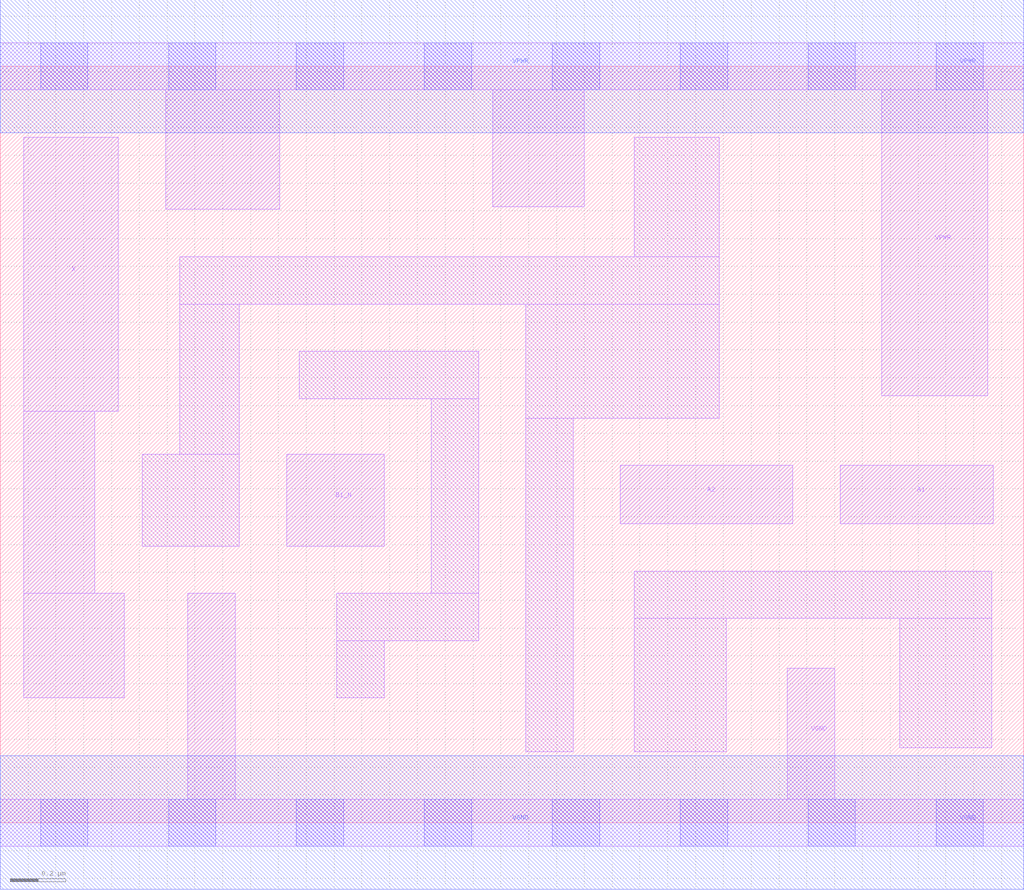
<source format=lef>
# Copyright 2020 The SkyWater PDK Authors
#
# Licensed under the Apache License, Version 2.0 (the "License");
# you may not use this file except in compliance with the License.
# You may obtain a copy of the License at
#
#     https://www.apache.org/licenses/LICENSE-2.0
#
# Unless required by applicable law or agreed to in writing, software
# distributed under the License is distributed on an "AS IS" BASIS,
# WITHOUT WARRANTIES OR CONDITIONS OF ANY KIND, either express or implied.
# See the License for the specific language governing permissions and
# limitations under the License.
#
# SPDX-License-Identifier: Apache-2.0

VERSION 5.7 ;
  NAMESCASESENSITIVE ON ;
  NOWIREEXTENSIONATPIN ON ;
  DIVIDERCHAR "/" ;
  BUSBITCHARS "[]" ;
UNITS
  DATABASE MICRONS 200 ;
END UNITS
PROPERTYDEFINITIONS
  MACRO maskLayoutSubType STRING ;
  MACRO prCellType STRING ;
  MACRO originalViewName STRING ;
END PROPERTYDEFINITIONS
MACRO sky130_fd_sc_hdll__o21ba_1
  CLASS CORE ;
  FOREIGN sky130_fd_sc_hdll__o21ba_1 ;
  ORIGIN  0.000000  0.000000 ;
  SIZE  3.680000 BY  2.720000 ;
  SYMMETRY X Y R90 ;
  SITE unithd ;
  PIN A1
    ANTENNAGATEAREA  0.277500 ;
    DIRECTION INPUT ;
    USE SIGNAL ;
    PORT
      LAYER li1 ;
        RECT 3.020000 1.075000 3.570000 1.285000 ;
    END
  END A1
  PIN A2
    ANTENNAGATEAREA  0.277500 ;
    DIRECTION INPUT ;
    USE SIGNAL ;
    PORT
      LAYER li1 ;
        RECT 2.230000 1.075000 2.850000 1.285000 ;
    END
  END A2
  PIN B1_N
    ANTENNAGATEAREA  0.138600 ;
    DIRECTION INPUT ;
    USE SIGNAL ;
    PORT
      LAYER li1 ;
        RECT 1.030000 0.995000 1.380000 1.325000 ;
    END
  END B1_N
  PIN VGND
    ANTENNADIFFAREA  0.376000 ;
    DIRECTION INOUT ;
    USE SIGNAL ;
    PORT
      LAYER li1 ;
        RECT 0.000000 -0.085000 3.680000 0.085000 ;
        RECT 0.675000  0.085000 0.845000 0.825000 ;
        RECT 2.830000  0.085000 3.000000 0.555000 ;
      LAYER mcon ;
        RECT 0.145000 -0.085000 0.315000 0.085000 ;
        RECT 0.605000 -0.085000 0.775000 0.085000 ;
        RECT 1.065000 -0.085000 1.235000 0.085000 ;
        RECT 1.525000 -0.085000 1.695000 0.085000 ;
        RECT 1.985000 -0.085000 2.155000 0.085000 ;
        RECT 2.445000 -0.085000 2.615000 0.085000 ;
        RECT 2.905000 -0.085000 3.075000 0.085000 ;
        RECT 3.365000 -0.085000 3.535000 0.085000 ;
      LAYER met1 ;
        RECT 0.000000 -0.240000 3.680000 0.240000 ;
    END
  END VGND
  PIN VPWR
    ANTENNADIFFAREA  0.925700 ;
    DIRECTION INOUT ;
    USE SIGNAL ;
    PORT
      LAYER li1 ;
        RECT 0.000000 2.635000 3.680000 2.805000 ;
        RECT 0.595000 2.205000 1.005000 2.635000 ;
        RECT 1.770000 2.215000 2.100000 2.635000 ;
        RECT 3.170000 1.535000 3.550000 2.635000 ;
      LAYER mcon ;
        RECT 0.145000 2.635000 0.315000 2.805000 ;
        RECT 0.605000 2.635000 0.775000 2.805000 ;
        RECT 1.065000 2.635000 1.235000 2.805000 ;
        RECT 1.525000 2.635000 1.695000 2.805000 ;
        RECT 1.985000 2.635000 2.155000 2.805000 ;
        RECT 2.445000 2.635000 2.615000 2.805000 ;
        RECT 2.905000 2.635000 3.075000 2.805000 ;
        RECT 3.365000 2.635000 3.535000 2.805000 ;
      LAYER met1 ;
        RECT 0.000000 2.480000 3.680000 2.960000 ;
    END
  END VPWR
  PIN X
    ANTENNADIFFAREA  0.439000 ;
    DIRECTION OUTPUT ;
    USE SIGNAL ;
    PORT
      LAYER li1 ;
        RECT 0.085000 0.450000 0.445000 0.825000 ;
        RECT 0.085000 0.825000 0.340000 1.480000 ;
        RECT 0.085000 1.480000 0.425000 2.465000 ;
    END
  END X
  OBS
    LAYER li1 ;
      RECT 0.510000 0.995000 0.860000 1.325000 ;
      RECT 0.645000 1.325000 0.860000 1.865000 ;
      RECT 0.645000 1.865000 2.585000 2.035000 ;
      RECT 1.075000 1.525000 1.720000 1.695000 ;
      RECT 1.210000 0.450000 1.380000 0.655000 ;
      RECT 1.210000 0.655000 1.720000 0.825000 ;
      RECT 1.550000 0.825000 1.720000 1.525000 ;
      RECT 1.890000 0.255000 2.060000 1.455000 ;
      RECT 1.890000 1.455000 2.585000 1.865000 ;
      RECT 2.280000 0.255000 2.610000 0.735000 ;
      RECT 2.280000 0.735000 3.565000 0.905000 ;
      RECT 2.280000 2.035000 2.585000 2.465000 ;
      RECT 3.235000 0.270000 3.565000 0.735000 ;
  END
  PROPERTY maskLayoutSubType "abstract" ;
  PROPERTY prCellType "standard" ;
  PROPERTY originalViewName "layout" ;
END sky130_fd_sc_hdll__o21ba_1

</source>
